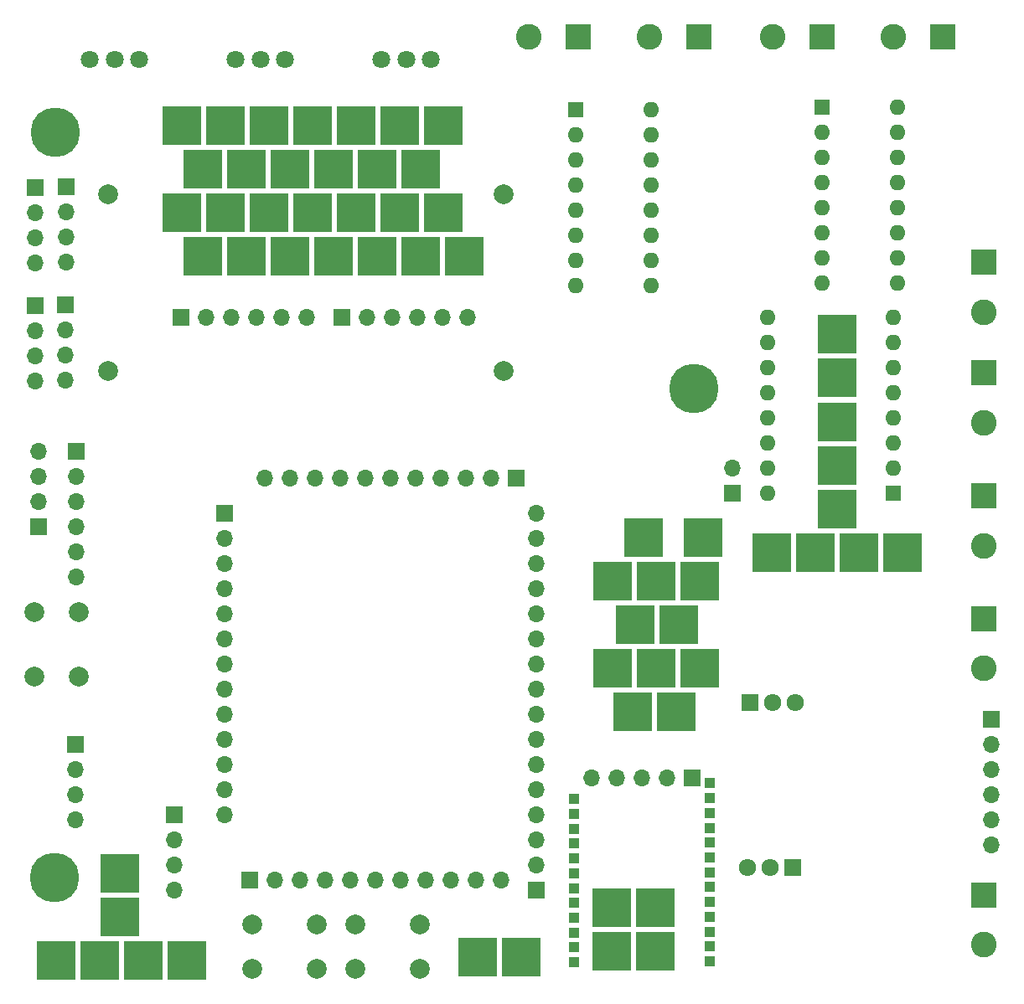
<source format=gbr>
%TF.GenerationSoftware,KiCad,Pcbnew,(5.1.7-5-ga3172d643f)-1*%
%TF.CreationDate,2020-10-31T15:28:04-04:00*%
%TF.ProjectId,board,626f6172-642e-46b6-9963-61645f706362,rev?*%
%TF.SameCoordinates,Original*%
%TF.FileFunction,Soldermask,Bot*%
%TF.FilePolarity,Negative*%
%FSLAX46Y46*%
G04 Gerber Fmt 4.6, Leading zero omitted, Abs format (unit mm)*
G04 Created by KiCad (PCBNEW (5.1.7-5-ga3172d643f)-1) date 2020-10-31 15:28:04*
%MOMM*%
%LPD*%
G01*
G04 APERTURE LIST*
%ADD10R,4.000000X4.000000*%
%ADD11O,1.700000X1.700000*%
%ADD12R,1.700000X1.700000*%
%ADD13C,2.000000*%
%ADD14C,5.000000*%
%ADD15R,1.000000X1.000000*%
%ADD16C,1.800000*%
%ADD17O,1.600000X1.600000*%
%ADD18R,1.600000X1.600000*%
%ADD19C,2.600000*%
%ADD20R,2.600000X2.600000*%
%ADD21O,1.717500X1.800000*%
%ADD22R,1.717500X1.800000*%
G04 APERTURE END LIST*
D10*
%TO.C,TP98*%
X182800000Y-70800000D03*
%TD*%
D11*
%TO.C,J2.8*%
X101800000Y-75520000D03*
X101800000Y-72980000D03*
X101800000Y-70440000D03*
D12*
X101800000Y-67900000D03*
%TD*%
D11*
%TO.C,J2.5*%
X101800000Y-63620000D03*
X101800000Y-61080000D03*
X101800000Y-58540000D03*
D12*
X101800000Y-56000000D03*
%TD*%
D11*
%TO.C,J2.6*%
X104900000Y-63520000D03*
X104900000Y-60980000D03*
X104900000Y-58440000D03*
D12*
X104900000Y-55900000D03*
%TD*%
D11*
%TO.C,J2.7*%
X104800000Y-75480000D03*
X104800000Y-72940000D03*
X104800000Y-70400000D03*
D12*
X104800000Y-67860000D03*
%TD*%
D13*
%TO.C,SW1.3*%
X140600000Y-130500000D03*
X140600000Y-135000000D03*
X134100000Y-130500000D03*
X134100000Y-135000000D03*
%TD*%
%TO.C,SW1.2*%
X130200000Y-130500000D03*
X130200000Y-135000000D03*
X123700000Y-130500000D03*
X123700000Y-135000000D03*
%TD*%
D11*
%TO.C,J37*%
X157940000Y-115700000D03*
X160480000Y-115700000D03*
X163020000Y-115700000D03*
X165560000Y-115700000D03*
D12*
X168100000Y-115700000D03*
%TD*%
D11*
%TO.C,J1.36*%
X105800000Y-119920000D03*
X105800000Y-117380000D03*
X105800000Y-114840000D03*
D12*
X105800000Y-112300000D03*
%TD*%
D10*
%TO.C,TP96*%
X189400000Y-92900000D03*
%TD*%
%TO.C,TP95*%
X180600000Y-92900000D03*
%TD*%
%TO.C,TP93*%
X117100000Y-134100000D03*
%TD*%
%TO.C,TP92*%
X103900000Y-134100000D03*
%TD*%
%TO.C,TP90*%
X164400000Y-128800000D03*
%TD*%
%TO.C,TP89*%
X185000000Y-92900000D03*
%TD*%
%TO.C,TP86*%
X110300000Y-125300000D03*
%TD*%
%TO.C,TP85*%
X116600000Y-58500000D03*
%TD*%
%TO.C,TP83*%
X164400000Y-133200000D03*
%TD*%
%TO.C,TP82*%
X160000000Y-128800000D03*
%TD*%
%TO.C,TP78*%
X110300000Y-129700000D03*
%TD*%
%TO.C,TP77*%
X112700000Y-134100000D03*
%TD*%
%TO.C,TP75*%
X160000000Y-133200000D03*
%TD*%
%TO.C,TP70*%
X182800000Y-75200000D03*
%TD*%
%TO.C,TP69*%
X145100000Y-62900000D03*
%TD*%
%TO.C,TP67*%
X160100000Y-95800000D03*
%TD*%
%TO.C,TP62*%
X182800000Y-79700000D03*
%TD*%
%TO.C,TP61*%
X108300000Y-134100000D03*
%TD*%
%TO.C,TP60*%
X164500000Y-95800000D03*
%TD*%
%TO.C,TP59*%
X162400000Y-100200000D03*
%TD*%
%TO.C,TP55*%
X182800000Y-84100000D03*
%TD*%
%TO.C,TP54*%
X146500000Y-133800000D03*
%TD*%
%TO.C,TP53*%
X118700000Y-54100000D03*
%TD*%
%TO.C,TP52*%
X168900000Y-95800000D03*
%TD*%
%TO.C,TP51*%
X166800000Y-100200000D03*
%TD*%
%TO.C,TP48*%
X182800000Y-88500000D03*
%TD*%
%TO.C,TP47*%
X118700000Y-62900000D03*
%TD*%
%TO.C,TP46*%
X121000000Y-49700000D03*
%TD*%
%TO.C,TP45*%
X125400000Y-49700000D03*
%TD*%
%TO.C,TP44*%
X160100000Y-104600000D03*
%TD*%
%TO.C,TP43*%
X164500000Y-104600000D03*
%TD*%
%TO.C,TP41*%
X176200000Y-92900000D03*
%TD*%
%TO.C,TP40*%
X123100000Y-62900000D03*
%TD*%
%TO.C,TP39*%
X116600000Y-49700000D03*
%TD*%
%TO.C,TP38*%
X129800000Y-49700000D03*
%TD*%
%TO.C,TP36*%
X168900000Y-104600000D03*
%TD*%
%TO.C,TP35*%
X166500000Y-109000000D03*
%TD*%
%TO.C,TP34*%
X150900000Y-133800000D03*
%TD*%
%TO.C,TP33*%
X127500000Y-62900000D03*
%TD*%
%TO.C,TP31*%
X134200000Y-49700000D03*
%TD*%
%TO.C,TP30*%
X127500000Y-54100000D03*
%TD*%
%TO.C,TP29*%
X125400000Y-58500000D03*
%TD*%
%TO.C,TP28*%
X162100000Y-109000000D03*
%TD*%
%TO.C,TP27*%
X163200000Y-91400000D03*
%TD*%
%TO.C,TP26*%
X131900000Y-62900000D03*
%TD*%
%TO.C,TP24*%
X138600000Y-49700000D03*
%TD*%
%TO.C,TP23*%
X131900000Y-54100000D03*
%TD*%
%TO.C,TP22*%
X129800000Y-58500000D03*
%TD*%
%TO.C,TP21*%
X169250000Y-91400000D03*
%TD*%
%TO.C,TP20*%
X136300000Y-62900000D03*
%TD*%
%TO.C,TP19*%
X143000000Y-49700000D03*
%TD*%
%TO.C,TP17*%
X136300000Y-54100000D03*
%TD*%
%TO.C,TP16*%
X134200000Y-58500000D03*
%TD*%
%TO.C,TP15*%
X140700000Y-62900000D03*
%TD*%
%TO.C,TP14*%
X140700000Y-54100000D03*
%TD*%
%TO.C,TP13*%
X123100000Y-54100000D03*
%TD*%
%TO.C,TP11*%
X138600000Y-58500000D03*
%TD*%
%TO.C,TP10*%
X143000000Y-58500000D03*
%TD*%
%TO.C,TP6*%
X121000000Y-58500000D03*
%TD*%
D14*
%TO.C,H7*%
X168300000Y-76300000D03*
%TD*%
%TO.C,H6*%
X103700000Y-125700000D03*
%TD*%
%TO.C,H5*%
X103800000Y-50400000D03*
%TD*%
D15*
%TO.C,J1.35*%
X169900000Y-134200000D03*
%TD*%
%TO.C,J1.30*%
X169900000Y-126700000D03*
%TD*%
%TO.C,J1.31*%
X169900000Y-128200000D03*
%TD*%
%TO.C,J1.32*%
X169900000Y-129700000D03*
%TD*%
%TO.C,J1.33*%
X169900000Y-131200000D03*
%TD*%
%TO.C,J1.34*%
X169900000Y-132700000D03*
%TD*%
%TO.C,J1.29*%
X169900000Y-125200000D03*
%TD*%
%TO.C,J1.28*%
X169900000Y-123700000D03*
%TD*%
%TO.C,J1.26*%
X169900000Y-120700000D03*
%TD*%
%TO.C,J1.25*%
X169900000Y-119200000D03*
%TD*%
%TO.C,J1.24*%
X169900000Y-117700000D03*
%TD*%
%TO.C,J1.23*%
X169900000Y-116200000D03*
%TD*%
%TO.C,J1.27*%
X169900000Y-122200000D03*
%TD*%
%TO.C,J1.13*%
X156200000Y-120800000D03*
%TD*%
%TO.C,J1.15*%
X156200000Y-123800000D03*
%TD*%
%TO.C,J1.16*%
X156200000Y-125300000D03*
%TD*%
%TO.C,J1.11*%
X156200000Y-117800000D03*
%TD*%
%TO.C,J1.12*%
X156200000Y-119300000D03*
%TD*%
%TO.C,J1.17*%
X156200000Y-126800000D03*
%TD*%
%TO.C,J1.22*%
X156200000Y-134300000D03*
%TD*%
%TO.C,J1.14*%
X156200000Y-122300000D03*
%TD*%
%TO.C,J1.20*%
X156200000Y-131300000D03*
%TD*%
%TO.C,J1.19*%
X156200000Y-129800000D03*
%TD*%
%TO.C,J1.18*%
X156200000Y-128300000D03*
%TD*%
%TO.C,J1.21*%
X156200000Y-132800000D03*
%TD*%
D11*
%TO.C,J1.3*%
X152400000Y-88900000D03*
X152400000Y-91440000D03*
X152400000Y-93980000D03*
X152400000Y-96520000D03*
X152400000Y-99060000D03*
X152400000Y-101600000D03*
X152400000Y-104140000D03*
X152400000Y-106680000D03*
X152400000Y-109220000D03*
X152400000Y-111760000D03*
X152400000Y-114300000D03*
X152400000Y-116840000D03*
X152400000Y-119380000D03*
X152400000Y-121920000D03*
X152400000Y-124460000D03*
D12*
X152400000Y-127000000D03*
%TD*%
D11*
%TO.C,J1.7*%
X115824000Y-127000000D03*
X115824000Y-124460000D03*
X115824000Y-121920000D03*
D12*
X115824000Y-119380000D03*
%TD*%
D11*
%TO.C,J3.5*%
X129159000Y-69088000D03*
X126619000Y-69088000D03*
X124079000Y-69088000D03*
X121539000Y-69088000D03*
X118999000Y-69088000D03*
D12*
X116459000Y-69088000D03*
%TD*%
D11*
%TO.C,J3.6*%
X145415000Y-69088000D03*
X142875000Y-69088000D03*
X140335000Y-69088000D03*
X137795000Y-69088000D03*
X135255000Y-69088000D03*
D12*
X132715000Y-69088000D03*
%TD*%
D11*
%TO.C,J1.2*%
X105918000Y-95351600D03*
X105918000Y-92811600D03*
X105918000Y-90271600D03*
X105918000Y-87731600D03*
X105918000Y-85191600D03*
D12*
X105918000Y-82651600D03*
%TD*%
D11*
%TO.C,J1.4*%
X124968000Y-85344000D03*
X127508000Y-85344000D03*
X130048000Y-85344000D03*
X132588000Y-85344000D03*
X135128000Y-85344000D03*
X137668000Y-85344000D03*
X140208000Y-85344000D03*
X142748000Y-85344000D03*
X145288000Y-85344000D03*
X147828000Y-85344000D03*
D12*
X150368000Y-85344000D03*
%TD*%
D11*
%TO.C,J1.5*%
X120904000Y-119380000D03*
X120904000Y-116840000D03*
X120904000Y-114300000D03*
X120904000Y-111760000D03*
X120904000Y-109220000D03*
X120904000Y-106680000D03*
X120904000Y-104140000D03*
X120904000Y-101600000D03*
X120904000Y-99060000D03*
X120904000Y-96520000D03*
X120904000Y-93980000D03*
X120904000Y-91440000D03*
D12*
X120904000Y-88900000D03*
%TD*%
D11*
%TO.C,J1.6*%
X148844000Y-125984000D03*
X146304000Y-125984000D03*
X143764000Y-125984000D03*
X141224000Y-125984000D03*
X138684000Y-125984000D03*
X136144000Y-125984000D03*
X133604000Y-125984000D03*
X131064000Y-125984000D03*
X128524000Y-125984000D03*
X125984000Y-125984000D03*
D12*
X123444000Y-125984000D03*
%TD*%
D16*
%TO.C,RV3*%
X112268000Y-43053000D03*
X109768000Y-43053000D03*
X107268000Y-43053000D03*
%TD*%
%TO.C,RV2*%
X127000000Y-43053000D03*
X124500000Y-43053000D03*
X122000000Y-43053000D03*
%TD*%
%TO.C,RV1*%
X141732000Y-43053000D03*
X139232000Y-43053000D03*
X136732000Y-43053000D03*
%TD*%
D13*
%TO.C,H4*%
X109093000Y-56642000D03*
%TD*%
%TO.C,H3*%
X109093000Y-74549000D03*
%TD*%
%TO.C,H2*%
X149098000Y-74549000D03*
%TD*%
%TO.C,H1*%
X149098000Y-56642000D03*
%TD*%
D11*
%TO.C,J2.4*%
X172212000Y-84328000D03*
D12*
X172212000Y-86868000D03*
%TD*%
D17*
%TO.C,U3.2*%
X188925200Y-47802800D03*
X181305200Y-65582800D03*
X188925200Y-50342800D03*
X181305200Y-63042800D03*
X188925200Y-52882800D03*
X181305200Y-60502800D03*
X188925200Y-55422800D03*
X181305200Y-57962800D03*
X188925200Y-57962800D03*
X181305200Y-55422800D03*
X188925200Y-60502800D03*
X181305200Y-52882800D03*
X188925200Y-63042800D03*
X181305200Y-50342800D03*
X188925200Y-65582800D03*
D18*
X181305200Y-47802800D03*
%TD*%
D19*
%TO.C,J3.3*%
X176305200Y-40690800D03*
D20*
X181305200Y-40690800D03*
%TD*%
D19*
%TO.C,J3.4*%
X188497200Y-40690800D03*
D20*
X193497200Y-40690800D03*
%TD*%
D19*
%TO.C,J3.2*%
X163859200Y-40690800D03*
D20*
X168859200Y-40690800D03*
%TD*%
D19*
%TO.C,J3.1*%
X151667200Y-40690800D03*
D20*
X156667200Y-40690800D03*
%TD*%
D17*
%TO.C,U3.1*%
X164033200Y-48056800D03*
X156413200Y-65836800D03*
X164033200Y-50596800D03*
X156413200Y-63296800D03*
X164033200Y-53136800D03*
X156413200Y-60756800D03*
X164033200Y-55676800D03*
X156413200Y-58216800D03*
X164033200Y-58216800D03*
X156413200Y-55676800D03*
X164033200Y-60756800D03*
X156413200Y-53136800D03*
X164033200Y-63296800D03*
X156413200Y-50596800D03*
X164033200Y-65836800D03*
D18*
X156413200Y-48056800D03*
%TD*%
D13*
%TO.C,SW1*%
X106172000Y-105407600D03*
X101672000Y-105407600D03*
X106172000Y-98907600D03*
X101672000Y-98907600D03*
%TD*%
D19*
%TO.C,J2.3*%
X197612000Y-92202000D03*
D20*
X197612000Y-87122000D03*
%TD*%
D19*
%TO.C,J2.1*%
X197612000Y-79756000D03*
D20*
X197612000Y-74676000D03*
%TD*%
D19*
%TO.C,J2.2*%
X197612000Y-68580000D03*
D20*
X197612000Y-63500000D03*
%TD*%
D11*
%TO.C,J1.1*%
X102108000Y-82651600D03*
X102108000Y-85191600D03*
X102108000Y-87731600D03*
D12*
X102108000Y-90271600D03*
%TD*%
D17*
%TO.C,A2.1*%
X175768000Y-86868000D03*
X188468000Y-69088000D03*
X175768000Y-84328000D03*
X188468000Y-71628000D03*
X175768000Y-81788000D03*
X188468000Y-74168000D03*
X175768000Y-79248000D03*
X188468000Y-76708000D03*
X175768000Y-76708000D03*
X188468000Y-79248000D03*
X175768000Y-74168000D03*
X188468000Y-81788000D03*
X175768000Y-71628000D03*
X188468000Y-84328000D03*
X175768000Y-69088000D03*
D18*
X188468000Y-86868000D03*
%TD*%
D21*
%TO.C,Q3*%
X173732000Y-124714000D03*
X176022000Y-124714000D03*
D22*
X178312000Y-124714000D03*
%TD*%
D21*
%TO.C,Q1*%
X178566000Y-108017333D03*
X176276000Y-108017333D03*
D22*
X173986000Y-108017333D03*
%TD*%
D19*
%TO.C,J2*%
X197612000Y-132508000D03*
D20*
X197612000Y-127508000D03*
%TD*%
D19*
%TO.C,J1*%
X197612000Y-104568000D03*
D20*
X197612000Y-99568000D03*
%TD*%
D11*
%TO.C,J3*%
X198374000Y-122428000D03*
X198374000Y-119888000D03*
X198374000Y-117348000D03*
X198374000Y-114808000D03*
X198374000Y-112268000D03*
D12*
X198374000Y-109728000D03*
%TD*%
M02*

</source>
